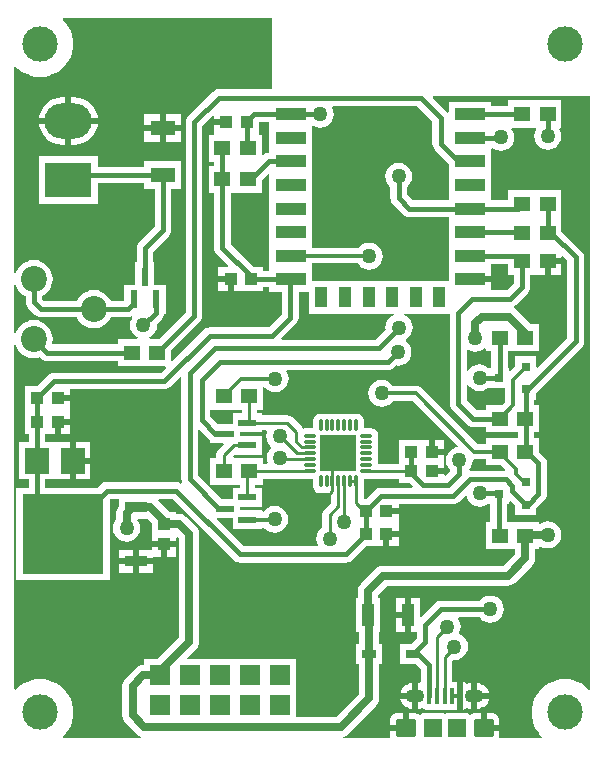
<source format=gtl>
G04 Layer_Physical_Order=1*
G04 Layer_Color=255*
%FSLAX44Y44*%
%MOMM*%
G71*
G01*
G75*
%ADD10R,1.0800X1.0500*%
%ADD11R,2.0000X2.2000*%
%ADD12R,1.2000X0.7000*%
%ADD13R,1.0000X1.9000*%
%ADD14R,6.9000X6.8000*%
%ADD15R,1.9000X0.9500*%
%ADD16R,0.6000X1.5000*%
%ADD17R,1.3500X1.3000*%
%ADD18R,2.1500X1.3000*%
%ADD19R,2.6000X1.1000*%
%ADD20R,1.1000X1.8000*%
%ADD21R,1.0500X1.0800*%
%ADD22R,1.5000X0.6000*%
%ADD23R,3.1501X3.1501*%
G04:AMPARAMS|DCode=24|XSize=0.2601mm|YSize=0.97mm|CornerRadius=0.065mm|HoleSize=0mm|Usage=FLASHONLY|Rotation=90.000|XOffset=0mm|YOffset=0mm|HoleType=Round|Shape=RoundedRectangle|*
%AMROUNDEDRECTD24*
21,1,0.2601,0.8400,0,0,90.0*
21,1,0.1301,0.9700,0,0,90.0*
1,1,0.1301,0.4200,0.0650*
1,1,0.1301,0.4200,-0.0650*
1,1,0.1301,-0.4200,-0.0650*
1,1,0.1301,-0.4200,0.0650*
%
%ADD24ROUNDEDRECTD24*%
G04:AMPARAMS|DCode=25|XSize=0.2601mm|YSize=0.97mm|CornerRadius=0.065mm|HoleSize=0mm|Usage=FLASHONLY|Rotation=0.000|XOffset=0mm|YOffset=0mm|HoleType=Round|Shape=RoundedRectangle|*
%AMROUNDEDRECTD25*
21,1,0.2601,0.8400,0,0,0.0*
21,1,0.1301,0.9700,0,0,0.0*
1,1,0.1301,0.0650,-0.4200*
1,1,0.1301,-0.0650,-0.4200*
1,1,0.1301,-0.0650,0.4200*
1,1,0.1301,0.0650,0.4200*
%
%ADD25ROUNDEDRECTD25*%
%ADD26R,0.7600X0.7600*%
G04:AMPARAMS|DCode=27|XSize=1.524mm|YSize=1.524mm|CornerRadius=0.0762mm|HoleSize=0mm|Usage=FLASHONLY|Rotation=0.000|XOffset=0mm|YOffset=0mm|HoleType=Round|Shape=RoundedRectangle|*
%AMROUNDEDRECTD27*
21,1,1.5240,1.3716,0,0,0.0*
21,1,1.3716,1.5240,0,0,0.0*
1,1,0.1524,0.6858,-0.6858*
1,1,0.1524,-0.6858,-0.6858*
1,1,0.1524,-0.6858,0.6858*
1,1,0.1524,0.6858,0.6858*
%
%ADD27ROUNDEDRECTD27*%
G04:AMPARAMS|DCode=28|XSize=0.4064mm|YSize=1.3462mm|CornerRadius=0.0203mm|HoleSize=0mm|Usage=FLASHONLY|Rotation=0.000|XOffset=0mm|YOffset=0mm|HoleType=Round|Shape=RoundedRectangle|*
%AMROUNDEDRECTD28*
21,1,0.4064,1.3056,0,0,0.0*
21,1,0.3658,1.3462,0,0,0.0*
1,1,0.0406,0.1829,-0.6528*
1,1,0.0406,-0.1829,-0.6528*
1,1,0.0406,-0.1829,0.6528*
1,1,0.0406,0.1829,0.6528*
%
%ADD28ROUNDEDRECTD28*%
G04:AMPARAMS|DCode=29|XSize=1.524mm|YSize=1.016mm|CornerRadius=0.4064mm|HoleSize=0mm|Usage=FLASHONLY|Rotation=0.000|XOffset=0mm|YOffset=0mm|HoleType=Round|Shape=RoundedRectangle|*
%AMROUNDEDRECTD29*
21,1,1.5240,0.2032,0,0,0.0*
21,1,0.7112,1.0160,0,0,0.0*
1,1,0.8128,0.3556,-0.1016*
1,1,0.8128,-0.3556,-0.1016*
1,1,0.8128,-0.3556,0.1016*
1,1,0.8128,0.3556,0.1016*
%
%ADD29ROUNDEDRECTD29*%
G04:AMPARAMS|DCode=30|XSize=1.651mm|YSize=1.5494mm|CornerRadius=0.1549mm|HoleSize=0mm|Usage=FLASHONLY|Rotation=0.000|XOffset=0mm|YOffset=0mm|HoleType=Round|Shape=RoundedRectangle|*
%AMROUNDEDRECTD30*
21,1,1.6510,1.2395,0,0,0.0*
21,1,1.3411,1.5494,0,0,0.0*
1,1,0.3099,0.6706,-0.6198*
1,1,0.3099,-0.6706,-0.6198*
1,1,0.3099,-0.6706,0.6198*
1,1,0.3099,0.6706,0.6198*
%
%ADD30ROUNDEDRECTD30*%
%ADD31C,0.4000*%
%ADD32C,0.7000*%
%ADD33C,0.2540*%
%ADD34C,0.3000*%
%ADD35R,1.7000X1.7000*%
%ADD36C,2.2000*%
%ADD37R,4.0000X3.0000*%
%ADD38O,4.0000X3.0000*%
%ADD39C,3.0000*%
%ADD40O,1.2000X1.5000*%
%ADD41O,1.5000X1.2000*%
%ADD42C,1.2700*%
G36*
X224080Y555740D02*
X179570D01*
X177743Y555500D01*
X176040Y554795D01*
X174578Y553672D01*
X153528Y532622D01*
X152406Y531160D01*
X151700Y529457D01*
X151460Y527630D01*
Y366945D01*
X128735Y344220D01*
X120856D01*
X120603Y345490D01*
X121414Y345826D01*
X123785Y347645D01*
X125604Y350016D01*
X126748Y352777D01*
X127138Y355740D01*
X126968Y357033D01*
X131333Y361398D01*
X132455Y362860D01*
X133160Y364563D01*
X133264Y365350D01*
X134340D01*
Y390350D01*
X124840D01*
Y409350D01*
X123900D01*
Y418156D01*
X137072Y431328D01*
X138195Y432790D01*
X138900Y434493D01*
X139140Y436320D01*
Y471520D01*
X147830D01*
Y494520D01*
X116330D01*
Y490080D01*
X77070D01*
Y498790D01*
X27070D01*
Y458790D01*
X77070D01*
Y475960D01*
X116330D01*
Y471520D01*
X125020D01*
Y439244D01*
X111848Y426073D01*
X110725Y424610D01*
X110020Y422907D01*
X109780Y421080D01*
Y409350D01*
X108840D01*
Y390350D01*
X99340D01*
Y376665D01*
X99305Y376630D01*
X88028D01*
X87028Y378502D01*
X85028Y380938D01*
X82592Y382938D01*
X79813Y384424D01*
X76796Y385339D01*
X73660Y385647D01*
X70524Y385339D01*
X67507Y384424D01*
X64728Y382938D01*
X62291Y380938D01*
X60292Y378502D01*
X59292Y376630D01*
X31734D01*
X29920Y378445D01*
Y380602D01*
X31792Y381602D01*
X34228Y383601D01*
X36228Y386038D01*
X37714Y388817D01*
X38628Y391833D01*
X38937Y394970D01*
X38628Y398106D01*
X37714Y401123D01*
X36228Y403902D01*
X34228Y406339D01*
X31792Y408338D01*
X29013Y409824D01*
X25996Y410738D01*
X22860Y411047D01*
X19724Y410738D01*
X16707Y409824D01*
X13928Y408338D01*
X11492Y406339D01*
X9492Y403902D01*
X8006Y401123D01*
X7663Y399990D01*
X6393Y400178D01*
Y574251D01*
X7663Y574777D01*
X9732Y572708D01*
X10149Y572429D01*
X10504Y572074D01*
X14272Y569557D01*
X14736Y569364D01*
X15153Y569086D01*
X19339Y567351D01*
X19832Y567253D01*
X20296Y567061D01*
X24740Y566177D01*
X25242D01*
X25734Y566079D01*
X30266D01*
X30758Y566177D01*
X31260D01*
X35704Y567061D01*
X36168Y567253D01*
X36660Y567351D01*
X40847Y569086D01*
X41264Y569364D01*
X41728Y569557D01*
X45496Y572074D01*
X45851Y572429D01*
X46268Y572708D01*
X49472Y575912D01*
X49751Y576329D01*
X50106Y576684D01*
X52623Y580452D01*
X52816Y580916D01*
X53095Y581333D01*
X54829Y585519D01*
X54927Y586012D01*
X55119Y586476D01*
X56003Y590920D01*
Y591422D01*
X56101Y591914D01*
Y596446D01*
X56003Y596938D01*
Y597440D01*
X55119Y601884D01*
X54927Y602348D01*
X54829Y602840D01*
X53095Y607027D01*
X52816Y607444D01*
X52623Y607908D01*
X50106Y611676D01*
X49751Y612031D01*
X49472Y612448D01*
X47403Y614517D01*
X47929Y615787D01*
X224080D01*
Y555740D01*
D02*
G37*
G36*
X360350Y528685D02*
Y509570D01*
X360590Y507743D01*
X361296Y506040D01*
X362418Y504578D01*
X374230Y492765D01*
Y484200D01*
Y464200D01*
Y461760D01*
X343734D01*
X338750Y466744D01*
Y473071D01*
X339785Y473865D01*
X341604Y476236D01*
X342748Y478997D01*
X343138Y481960D01*
X342748Y484923D01*
X341604Y487684D01*
X339785Y490055D01*
X337414Y491874D01*
X334653Y493018D01*
X331690Y493408D01*
X328727Y493018D01*
X325966Y491874D01*
X323595Y490055D01*
X321776Y487684D01*
X320632Y484923D01*
X320242Y481960D01*
X320632Y478997D01*
X321776Y476236D01*
X323595Y473865D01*
X324630Y473071D01*
Y463820D01*
X324870Y461993D01*
X325575Y460290D01*
X326698Y458828D01*
X335817Y449708D01*
X337280Y448586D01*
X338983Y447880D01*
X340810Y447640D01*
X374230D01*
Y444200D01*
Y424200D01*
Y404200D01*
Y393700D01*
X356730D01*
Y393700D01*
X315730D01*
Y393700D01*
X296730D01*
Y393700D01*
X258230D01*
Y405200D01*
X258230D01*
Y408144D01*
X297244D01*
X298655Y406305D01*
X301026Y404486D01*
X303787Y403342D01*
X306750Y402952D01*
X309713Y403342D01*
X312474Y404486D01*
X314845Y406305D01*
X316664Y408676D01*
X317808Y411437D01*
X318198Y414400D01*
X317808Y417363D01*
X316664Y420124D01*
X314845Y422495D01*
X312474Y424314D01*
X309713Y425458D01*
X306750Y425848D01*
X303787Y425458D01*
X301026Y424314D01*
X298655Y422495D01*
X297705Y421256D01*
X258230D01*
Y424200D01*
Y444200D01*
Y464200D01*
Y484200D01*
Y504200D01*
Y524547D01*
X259369Y525108D01*
X259776Y524796D01*
X262537Y523652D01*
X265500Y523262D01*
X268463Y523652D01*
X271224Y524796D01*
X273595Y526615D01*
X275414Y528986D01*
X276558Y531747D01*
X276948Y534710D01*
X276558Y537673D01*
X275414Y540434D01*
X275378Y540481D01*
X275940Y541620D01*
X347416D01*
X360350Y528685D01*
D02*
G37*
G36*
X494007Y47929D02*
X492737Y47403D01*
X490668Y49472D01*
X490251Y49751D01*
X489896Y50106D01*
X486128Y52623D01*
X485664Y52816D01*
X485247Y53095D01*
X481060Y54829D01*
X480568Y54927D01*
X480104Y55119D01*
X475660Y56003D01*
X475158D01*
X474665Y56101D01*
X470134D01*
X469642Y56003D01*
X469140D01*
X464696Y55119D01*
X464232Y54927D01*
X463740Y54829D01*
X459553Y53095D01*
X459136Y52816D01*
X458672Y52623D01*
X454904Y50106D01*
X454549Y49751D01*
X454132Y49472D01*
X450928Y46268D01*
X450649Y45851D01*
X450294Y45496D01*
X447776Y41728D01*
X447584Y41264D01*
X447305Y40847D01*
X445571Y36660D01*
X445474Y36168D01*
X445281Y35704D01*
X444397Y31260D01*
Y30758D01*
X444299Y30266D01*
Y25734D01*
X444397Y25242D01*
Y24740D01*
X445281Y20296D01*
X445474Y19832D01*
X445571Y19339D01*
X447305Y15153D01*
X447584Y14736D01*
X447776Y14272D01*
X450294Y10504D01*
X450649Y10149D01*
X450928Y9732D01*
X452997Y7663D01*
X452471Y6393D01*
X417687D01*
X416842Y7663D01*
X417001Y8873D01*
Y12570D01*
X403690D01*
Y15070D01*
X401190D01*
Y27874D01*
X396984D01*
X395275Y27648D01*
X393681Y26989D01*
X393075Y26523D01*
X391842Y26082D01*
X389936Y27356D01*
X387688Y27803D01*
X373972D01*
X371724Y27356D01*
X370670Y26652D01*
X369616Y27356D01*
X367368Y27803D01*
X353652D01*
X351404Y27356D01*
X349498Y26082D01*
X348265Y26523D01*
X347659Y26988D01*
X346065Y27648D01*
X344356Y27873D01*
X340150D01*
Y15070D01*
X337650D01*
Y12570D01*
X324338D01*
Y8872D01*
X324498Y7663D01*
X323653Y6393D01*
X285028D01*
X284839Y7639D01*
X286907Y8495D01*
X288682Y9858D01*
X312682Y33858D01*
X314045Y35633D01*
X314901Y37701D01*
X315193Y39920D01*
Y68970D01*
X317620D01*
Y85970D01*
X315193D01*
Y95990D01*
X315620D01*
Y124990D01*
X314193D01*
Y127539D01*
X321951Y135297D01*
X424170D01*
X426389Y135589D01*
X428457Y136445D01*
X430232Y137808D01*
X444802Y152378D01*
X446165Y154153D01*
X447021Y156221D01*
X447313Y158440D01*
Y166300D01*
X450490D01*
Y168251D01*
X451760Y168878D01*
X452336Y168436D01*
X455097Y167292D01*
X458060Y166902D01*
X461023Y167292D01*
X463784Y168436D01*
X466155Y170255D01*
X467974Y172626D01*
X469118Y175387D01*
X469508Y178350D01*
X469118Y181313D01*
X467974Y184074D01*
X466155Y186445D01*
X463784Y188264D01*
X461023Y189408D01*
X458060Y189798D01*
X455097Y189408D01*
X452336Y188264D01*
X451760Y187822D01*
X450490Y188449D01*
Y189300D01*
X423600D01*
Y204560D01*
X425340D01*
Y206316D01*
X426513Y206802D01*
X430640Y202675D01*
Y195060D01*
X448240D01*
Y200885D01*
X455092Y207738D01*
X456214Y209200D01*
X456920Y210903D01*
X457160Y212730D01*
Y238960D01*
X456920Y240787D01*
X456214Y242490D01*
X455092Y243952D01*
X450490Y248555D01*
Y260420D01*
X446500D01*
Y265360D01*
X450490D01*
Y288360D01*
X446500D01*
Y292850D01*
X448240D01*
Y298735D01*
X486652Y337147D01*
X487775Y338610D01*
X488480Y340313D01*
X488720Y342140D01*
Y413260D01*
X488480Y415087D01*
X487775Y416790D01*
X486652Y418252D01*
X469540Y435365D01*
Y445840D01*
X469540D01*
Y446970D01*
X469540D01*
Y469970D01*
X424540D01*
Y461760D01*
X410230D01*
Y464200D01*
Y484200D01*
Y505410D01*
X411369Y505971D01*
X412536Y505076D01*
X415297Y503932D01*
X418260Y503542D01*
X421223Y503932D01*
X423984Y505076D01*
X426355Y506895D01*
X428174Y509266D01*
X429318Y512027D01*
X429708Y514990D01*
X429318Y517953D01*
X428174Y520714D01*
X427264Y521900D01*
X427890Y523170D01*
X447714D01*
X448276Y522031D01*
X448056Y521744D01*
X446912Y518983D01*
X446522Y516020D01*
X446912Y513057D01*
X448056Y510296D01*
X449875Y507925D01*
X452246Y506106D01*
X455007Y504962D01*
X457970Y504572D01*
X460933Y504962D01*
X463694Y506106D01*
X466065Y507925D01*
X467884Y510296D01*
X469028Y513057D01*
X469418Y516020D01*
X469028Y518983D01*
X467884Y521744D01*
X467664Y522031D01*
X468226Y523170D01*
X469540D01*
Y546170D01*
X424540D01*
Y541760D01*
X410230D01*
Y545200D01*
X374230D01*
Y536307D01*
X372960Y535876D01*
X372402Y536602D01*
X360418Y548587D01*
X360904Y549760D01*
X494007D01*
Y47929D01*
D02*
G37*
G36*
X222230Y524200D02*
Y504200D01*
Y501760D01*
X221550D01*
X219723Y501520D01*
X218020Y500815D01*
X217086Y500098D01*
X215816Y500724D01*
Y517090D01*
X214180D01*
X213480Y518070D01*
Y527640D01*
X222230D01*
Y524200D01*
D02*
G37*
G36*
Y483599D02*
Y464200D01*
Y444200D01*
Y424200D01*
Y404200D01*
X222230D01*
Y402030D01*
X217170D01*
Y405220D01*
X208785D01*
X189627Y424378D01*
Y467990D01*
X215816D01*
Y478981D01*
X220960Y484125D01*
X222230Y483599D01*
D02*
G37*
G36*
X424540Y398710D02*
X429230D01*
Y391414D01*
X423246Y385430D01*
X410230D01*
Y392200D01*
X392230D01*
Y397200D01*
X410230D01*
Y404200D01*
Y407640D01*
X424540D01*
Y398710D01*
D02*
G37*
G36*
X255730Y365700D02*
X295730D01*
Y365700D01*
X316730D01*
Y365700D01*
X327658D01*
X327911Y364430D01*
X326291Y363759D01*
X323920Y361940D01*
X322101Y359569D01*
X320957Y356808D01*
X320567Y353845D01*
X320737Y352552D01*
X311796Y343610D01*
X232955D01*
X232469Y344784D01*
X244952Y357267D01*
X246074Y358730D01*
X246780Y360433D01*
X247020Y362260D01*
Y384200D01*
X255730D01*
Y365700D01*
D02*
G37*
G36*
X8006Y388817D02*
X9492Y386038D01*
X11492Y383601D01*
X13928Y381602D01*
X15800Y380602D01*
Y375520D01*
X16040Y373693D01*
X16746Y371990D01*
X17868Y370528D01*
X23818Y364578D01*
X25280Y363456D01*
X26983Y362750D01*
X28810Y362510D01*
X59292D01*
X60292Y360638D01*
X62291Y358201D01*
X64728Y356202D01*
X67507Y354716D01*
X70524Y353801D01*
X73660Y353493D01*
X76796Y353801D01*
X79813Y354716D01*
X82592Y356202D01*
X85028Y358201D01*
X87028Y360638D01*
X88028Y362510D01*
X102230D01*
X104057Y362750D01*
X105677Y363421D01*
X105794Y363377D01*
X106348Y362209D01*
X105776Y361464D01*
X104632Y358703D01*
X104242Y355740D01*
X104632Y352777D01*
X105776Y350016D01*
X107595Y347645D01*
X109966Y345826D01*
X110777Y345490D01*
X110524Y344220D01*
X93970D01*
Y339780D01*
X39443D01*
X38609Y340758D01*
X38630Y341050D01*
X38937Y344170D01*
X38628Y347307D01*
X37714Y350323D01*
X36228Y353102D01*
X34228Y355538D01*
X31792Y357538D01*
X29013Y359024D01*
X25996Y359939D01*
X22860Y360247D01*
X19724Y359939D01*
X16707Y359024D01*
X13928Y357538D01*
X11492Y355538D01*
X9492Y353102D01*
X8006Y350323D01*
X7663Y349190D01*
X6393Y349378D01*
Y389762D01*
X7663Y389950D01*
X8006Y388817D01*
D02*
G37*
G36*
X405490Y335983D02*
Y333940D01*
X410180D01*
Y319950D01*
X407740D01*
X407740Y319950D01*
Y319950D01*
X406796Y320656D01*
X405964Y321294D01*
X403203Y322438D01*
X400240Y322828D01*
X397277Y322438D01*
X394516Y321294D01*
X392145Y319475D01*
X390550Y317397D01*
X389280Y317736D01*
Y334897D01*
X390419Y335458D01*
X390866Y335116D01*
X393627Y333972D01*
X396590Y333582D01*
X399553Y333972D01*
X402314Y335116D01*
X404220Y336578D01*
X405490Y335983D01*
D02*
G37*
G36*
X175380Y532846D02*
Y530820D01*
X185780D01*
Y525820D01*
X175380D01*
Y518070D01*
X174680Y517090D01*
X170816D01*
Y494090D01*
X175506D01*
Y490990D01*
X170816D01*
Y467990D01*
X175506D01*
Y421454D01*
X175746Y419626D01*
X176452Y417924D01*
X177574Y416461D01*
X187642Y406393D01*
X187156Y405220D01*
X179070D01*
Y397470D01*
X189470D01*
Y394970D01*
X191970D01*
Y384720D01*
X217170D01*
Y387910D01*
X222230D01*
Y384200D01*
X232900D01*
Y365184D01*
X221856Y354140D01*
X171670D01*
X169843Y353900D01*
X168140Y353194D01*
X166677Y352072D01*
X140143Y325538D01*
X138970Y326024D01*
Y334485D01*
X163512Y359028D01*
X164634Y360490D01*
X165340Y362193D01*
X165580Y364020D01*
Y524706D01*
X174207Y533332D01*
X175380Y532846D01*
D02*
G37*
G36*
X355730Y365700D02*
X375160D01*
Y289300D01*
X375400Y287473D01*
X376105Y285770D01*
X377228Y284308D01*
X389668Y271868D01*
X391130Y270746D01*
X392833Y270040D01*
X394660Y269800D01*
X405490D01*
Y265360D01*
X432380D01*
Y260420D01*
X405490D01*
Y255476D01*
X398586D01*
X351166Y302896D01*
X349808Y303938D01*
X348227Y304593D01*
X346530Y304816D01*
X326716D01*
X325535Y306355D01*
X323164Y308174D01*
X320403Y309318D01*
X317440Y309708D01*
X314477Y309318D01*
X311716Y308174D01*
X309345Y306355D01*
X307526Y303984D01*
X306382Y301223D01*
X305992Y298260D01*
X306382Y295297D01*
X307526Y292536D01*
X309345Y290165D01*
X311716Y288346D01*
X314477Y287202D01*
X317440Y286812D01*
X320403Y287202D01*
X323164Y288346D01*
X325535Y290165D01*
X326716Y291704D01*
X343814D01*
X381657Y253862D01*
X381249Y252659D01*
X380177Y252518D01*
X377416Y251374D01*
X375045Y249555D01*
X373226Y247184D01*
X372082Y244423D01*
X371692Y241460D01*
X372082Y238497D01*
X373226Y235736D01*
X375045Y233365D01*
X375110Y233315D01*
X375193Y232048D01*
X371440Y228295D01*
X370170Y228821D01*
Y230058D01*
X359770D01*
Y235058D01*
X370170D01*
Y238520D01*
Y246270D01*
X359770D01*
Y248770D01*
X357270D01*
Y259020D01*
X332070D01*
Y242808D01*
Y238802D01*
X314409D01*
X313979Y239987D01*
X314332Y241759D01*
Y243059D01*
X313964Y244910D01*
X314332Y246760D01*
Y248060D01*
X313964Y249911D01*
X314332Y251761D01*
Y253062D01*
X313964Y254911D01*
X314332Y256760D01*
Y258060D01*
X313964Y259911D01*
X314332Y261761D01*
Y263062D01*
X313893Y265266D01*
X312644Y267135D01*
X310775Y268384D01*
X308571Y268823D01*
X302082D01*
Y275311D01*
X301644Y277516D01*
X300395Y279384D01*
X298526Y280633D01*
X296322Y281072D01*
X295021D01*
X293171Y280704D01*
X291320Y281072D01*
X290020D01*
X288171Y280704D01*
X286322Y281072D01*
X285021D01*
X283171Y280704D01*
X281320Y281072D01*
X280020D01*
X278169Y280704D01*
X276319Y281072D01*
X275019D01*
X273169Y280704D01*
X271320Y281072D01*
X270020D01*
X268169Y280704D01*
X266319Y281072D01*
X265019D01*
X262814Y280633D01*
X260945Y279384D01*
X259696Y277516D01*
X259258Y275311D01*
Y268823D01*
X252769D01*
X250817Y268434D01*
X249610Y270240D01*
X241910Y277941D01*
X239836Y279326D01*
X237390Y279813D01*
X216060D01*
Y281420D01*
X211453D01*
Y284410D01*
X216810D01*
Y303318D01*
X218080Y303750D01*
X218935Y302635D01*
X221306Y300816D01*
X224067Y299672D01*
X227030Y299282D01*
X229993Y299672D01*
X232754Y300816D01*
X235125Y302635D01*
X236944Y305006D01*
X238088Y307767D01*
X238478Y310730D01*
X238088Y313693D01*
X236944Y316454D01*
X236686Y316791D01*
X237248Y317930D01*
X322880D01*
X324707Y318170D01*
X326410Y318876D01*
X327872Y319998D01*
X329777Y321902D01*
X331070Y321732D01*
X334033Y322122D01*
X336794Y323266D01*
X339165Y325085D01*
X340984Y327456D01*
X342128Y330217D01*
X342518Y333180D01*
X342128Y336143D01*
X340984Y338904D01*
X339165Y341275D01*
X337581Y342491D01*
X337739Y343931D01*
X340110Y345750D01*
X341929Y348121D01*
X343073Y350882D01*
X343463Y353845D01*
X343073Y356808D01*
X341929Y359569D01*
X340110Y361940D01*
X337739Y363759D01*
X336119Y364430D01*
X336372Y365700D01*
X355730D01*
Y365700D01*
D02*
G37*
G36*
X474600Y410336D02*
Y345065D01*
X449413Y319878D01*
X448240Y320364D01*
Y329450D01*
X430640D01*
Y321122D01*
X426513Y316995D01*
X425340Y317481D01*
Y319950D01*
X424300D01*
Y333940D01*
X450490D01*
Y356940D01*
X443215D01*
X430862Y369292D01*
X429087Y370655D01*
X429120Y372015D01*
X429700Y372256D01*
X431162Y373378D01*
X441282Y383498D01*
X442404Y384960D01*
X443110Y386663D01*
X443350Y388490D01*
Y398710D01*
X455290D01*
Y410210D01*
X457790D01*
Y412710D01*
X469540D01*
Y413736D01*
X470713Y414222D01*
X474600Y410336D01*
D02*
G37*
G36*
X392145Y303285D02*
X394516Y301466D01*
X397277Y300322D01*
X400240Y299932D01*
X403203Y300322D01*
X405964Y301466D01*
X407360Y302537D01*
X407740Y302350D01*
Y302350D01*
X422014D01*
Y290906D01*
X419468Y288360D01*
X405490D01*
Y283920D01*
X397584D01*
X389280Y292225D01*
Y305024D01*
X390550Y305363D01*
X392145Y303285D01*
D02*
G37*
G36*
X198667Y281420D02*
X191060D01*
Y271920D01*
X178585D01*
X172080Y278424D01*
Y284410D01*
X198667D01*
Y281420D01*
D02*
G37*
G36*
X220429Y265972D02*
X219982Y264893D01*
X219592Y261930D01*
X219982Y258967D01*
X221126Y256206D01*
X222945Y253835D01*
X223782Y253193D01*
Y251923D01*
X223575Y251765D01*
X221756Y249394D01*
X220612Y246633D01*
X220222Y243670D01*
X220612Y240707D01*
X220964Y239858D01*
X220258Y238802D01*
X216810D01*
Y243670D01*
X192140D01*
X191654Y244844D01*
X193231Y246420D01*
X216060D01*
Y262420D01*
X197060D01*
Y265420D01*
X216060D01*
Y267027D01*
X219723D01*
X220429Y265972D01*
D02*
G37*
G36*
X395870Y242364D02*
X405490D01*
Y237420D01*
X418348D01*
X421968Y233800D01*
X421442Y232530D01*
X392136D01*
X392011Y232679D01*
X391521Y233738D01*
X393054Y235736D01*
X394198Y238497D01*
X394561Y241255D01*
X394861Y241798D01*
X395478Y242416D01*
X395870Y242364D01*
D02*
G37*
G36*
X147860Y311625D02*
Y225550D01*
X148100Y223723D01*
X148307Y223224D01*
X147619Y221620D01*
X147441Y221551D01*
X146810Y222034D01*
X145107Y222740D01*
X143280Y222980D01*
X84390D01*
X82563Y222740D01*
X80860Y222034D01*
X79398Y220912D01*
X76555Y218070D01*
X32700D01*
Y225300D01*
X53140D01*
Y241300D01*
Y257300D01*
X32700D01*
Y264070D01*
X40441D01*
Y274320D01*
X42941D01*
Y276820D01*
X53341D01*
Y284570D01*
X53340D01*
Y291870D01*
X42940D01*
Y296870D01*
X53340D01*
Y301480D01*
X133130D01*
X134957Y301720D01*
X136660Y302425D01*
X138122Y303548D01*
X146686Y312111D01*
X147860Y311625D01*
D02*
G37*
G36*
X332070Y222308D02*
X340737D01*
X343451Y219594D01*
X342965Y218420D01*
X316480D01*
X314653Y218180D01*
X312950Y217474D01*
X311488Y216353D01*
X304275Y209140D01*
X302064D01*
Y219417D01*
X302082Y219510D01*
Y225998D01*
X308571D01*
X308663Y226016D01*
X332070D01*
Y222308D01*
D02*
G37*
G36*
X171607Y258928D02*
X172060Y258580D01*
Y255920D01*
X182990D01*
X183476Y254747D01*
X179040Y250310D01*
X177654Y248236D01*
X177167Y245790D01*
Y243670D01*
X171810D01*
Y220670D01*
X197167D01*
Y218160D01*
X191060D01*
Y208660D01*
X181795D01*
X161980Y228475D01*
Y266895D01*
X163154Y267381D01*
X171607Y258928D01*
D02*
G37*
G36*
X252769Y225998D02*
X259258D01*
Y219510D01*
X259696Y217305D01*
X260945Y215436D01*
X262814Y214187D01*
X265019Y213749D01*
X266319D01*
X268169Y214117D01*
X270020Y213749D01*
X271320D01*
X273092Y214101D01*
X274277Y213671D01*
Y205298D01*
X268810Y199830D01*
X267424Y197756D01*
X266937Y195310D01*
Y184581D01*
X265235Y183275D01*
X263416Y180904D01*
X262272Y178143D01*
X261882Y175180D01*
X262272Y172217D01*
X263107Y170200D01*
X262282Y168930D01*
X200254D01*
X177698Y191487D01*
X178184Y192660D01*
X191060D01*
Y183160D01*
X216060D01*
Y184604D01*
X217694D01*
X218545Y183495D01*
X220916Y181676D01*
X223677Y180532D01*
X226640Y180142D01*
X229603Y180532D01*
X232364Y181676D01*
X234735Y183495D01*
X236554Y185866D01*
X237698Y188627D01*
X238088Y191590D01*
X237698Y194553D01*
X236554Y197314D01*
X234735Y199685D01*
X232364Y201504D01*
X229603Y202648D01*
X226640Y203038D01*
X223677Y202648D01*
X220916Y201504D01*
X218545Y199685D01*
X217330Y198102D01*
X216060Y198533D01*
Y199160D01*
X197060D01*
Y202160D01*
X216060D01*
Y218160D01*
X209953D01*
Y220670D01*
X216810D01*
Y226016D01*
X252677D01*
X252769Y225998D01*
D02*
G37*
G36*
X389268Y211062D02*
X389312Y210727D01*
X390456Y207966D01*
X392275Y205595D01*
X394646Y203776D01*
X397407Y202632D01*
X400370Y202242D01*
X403333Y202632D01*
X406094Y203776D01*
X407360Y204747D01*
X407740Y204560D01*
Y204560D01*
X409480D01*
Y189300D01*
X405490D01*
Y166300D01*
X430167D01*
Y161991D01*
X420619Y152443D01*
X318400D01*
X316181Y152151D01*
X314113Y151295D01*
X312338Y149932D01*
X299558Y137152D01*
X298195Y135377D01*
X297339Y133309D01*
X297047Y131090D01*
Y124990D01*
X295620D01*
Y95990D01*
X298047D01*
Y85970D01*
X295620D01*
Y68970D01*
X298047D01*
Y43471D01*
X279069Y24493D01*
X244640D01*
Y46190D01*
Y73190D01*
X153244D01*
X152758Y74363D01*
X160292Y81898D01*
X161655Y83673D01*
X162511Y85741D01*
X162803Y87960D01*
Y179440D01*
X162511Y181659D01*
X161655Y183727D01*
X160292Y185502D01*
X152012Y193783D01*
X150237Y195145D01*
X148169Y196001D01*
X145950Y196294D01*
X143600D01*
Y198120D01*
X137354D01*
X127885Y207590D01*
X128411Y208860D01*
X140356D01*
X192337Y156878D01*
X193800Y155756D01*
X195503Y155050D01*
X197330Y154810D01*
X286810D01*
X288637Y155050D01*
X290340Y155756D01*
X291802Y156878D01*
X303745Y168820D01*
X318810D01*
Y179070D01*
X321310D01*
Y181570D01*
X331710D01*
Y189320D01*
X331710D01*
Y196390D01*
X321310D01*
Y201390D01*
X331710D01*
Y204300D01*
X377970D01*
X379797Y204540D01*
X381500Y205245D01*
X382962Y206368D01*
X388065Y211471D01*
X389268Y211062D01*
D02*
G37*
G36*
X8006Y338017D02*
X9492Y335238D01*
X11492Y332802D01*
X13928Y330802D01*
X16707Y329316D01*
X19724Y328401D01*
X22860Y328093D01*
X25996Y328401D01*
X28028Y329018D01*
X29318Y327728D01*
X30780Y326605D01*
X32483Y325900D01*
X34310Y325660D01*
X93970D01*
Y321220D01*
X134166D01*
X134652Y320047D01*
X130205Y315600D01*
X39810D01*
X37983Y315360D01*
X36280Y314655D01*
X34818Y313532D01*
X25905Y304620D01*
X15240D01*
Y284120D01*
X15240D01*
Y264070D01*
X18580D01*
Y257300D01*
X10640D01*
Y225300D01*
X18580D01*
Y218070D01*
X8040D01*
Y140070D01*
X87040D01*
Y208585D01*
X87315Y208860D01*
X95040D01*
Y202693D01*
X93915Y201227D01*
X93059Y199159D01*
X92767Y196940D01*
Y191471D01*
X91426Y189724D01*
X90282Y186963D01*
X89892Y184000D01*
X90282Y181037D01*
X91426Y178276D01*
X93245Y175905D01*
X95616Y174086D01*
X98377Y172942D01*
X101340Y172552D01*
X104303Y172942D01*
X107064Y174086D01*
X109435Y175905D01*
X111254Y178276D01*
X112398Y181037D01*
X112788Y184000D01*
X112398Y186963D01*
X111254Y189724D01*
X110352Y190900D01*
X110978Y192170D01*
X119055D01*
X123100Y188125D01*
Y177320D01*
Y172920D01*
X133350D01*
X143600D01*
Y176127D01*
X144687Y176591D01*
X145657Y175803D01*
Y91511D01*
X127335Y73190D01*
X116040D01*
Y68263D01*
X115510D01*
X113291Y67971D01*
X111223Y67115D01*
X109448Y65752D01*
X100388Y56692D01*
X99025Y54917D01*
X98169Y52849D01*
X97877Y50630D01*
Y25500D01*
X98169Y23281D01*
X99025Y21213D01*
X100388Y19438D01*
X109968Y9858D01*
X111743Y8495D01*
X113811Y7639D01*
X113623Y6393D01*
X47929D01*
X47403Y7663D01*
X49472Y9732D01*
X49751Y10149D01*
X50106Y10504D01*
X52623Y14272D01*
X52816Y14736D01*
X53095Y15153D01*
X54829Y19339D01*
X54927Y19832D01*
X55119Y20296D01*
X56003Y24740D01*
Y25242D01*
X56101Y25734D01*
Y30266D01*
X56003Y30758D01*
Y31260D01*
X55119Y35704D01*
X54927Y36168D01*
X54829Y36660D01*
X53095Y40847D01*
X52816Y41264D01*
X52623Y41728D01*
X50106Y45496D01*
X49751Y45851D01*
X49472Y46268D01*
X46268Y49472D01*
X45851Y49751D01*
X45496Y50106D01*
X41728Y52623D01*
X41264Y52816D01*
X40847Y53095D01*
X36660Y54829D01*
X36168Y54927D01*
X35704Y55119D01*
X31260Y56003D01*
X30758D01*
X30266Y56101D01*
X25734D01*
X25242Y56003D01*
X24740D01*
X20296Y55119D01*
X19832Y54927D01*
X19339Y54829D01*
X15153Y53095D01*
X14736Y52816D01*
X14272Y52623D01*
X10504Y50106D01*
X10149Y49751D01*
X9732Y49472D01*
X7663Y47403D01*
X6393Y47929D01*
Y338962D01*
X7663Y339150D01*
X8006Y338017D01*
D02*
G37*
%LPC*%
G36*
X57070Y548887D02*
X54570D01*
Y531290D01*
X76920D01*
X76781Y532711D01*
X75637Y536481D01*
X73780Y539955D01*
X71281Y543000D01*
X68235Y545500D01*
X64761Y547357D01*
X60991Y548501D01*
X57070Y548887D01*
D02*
G37*
G36*
X49570D02*
X47070D01*
X43149Y548501D01*
X39379Y547357D01*
X35905Y545500D01*
X32859Y543000D01*
X30360Y539955D01*
X28503Y536481D01*
X27359Y532711D01*
X27220Y531290D01*
X49570D01*
Y548887D01*
D02*
G37*
G36*
X147830Y534320D02*
X134580D01*
Y525320D01*
X147830D01*
Y534320D01*
D02*
G37*
G36*
X129580D02*
X116330D01*
Y525320D01*
X129580D01*
Y534320D01*
D02*
G37*
G36*
X147830Y520320D02*
X134580D01*
Y511320D01*
X147830D01*
Y520320D01*
D02*
G37*
G36*
X129580D02*
X116330D01*
Y511320D01*
X129580D01*
Y520320D01*
D02*
G37*
G36*
X76920Y526290D02*
X54570D01*
Y508693D01*
X57070D01*
X60991Y509079D01*
X64761Y510223D01*
X68235Y512080D01*
X71281Y514579D01*
X73780Y517625D01*
X75637Y521099D01*
X76781Y524869D01*
X76920Y526290D01*
D02*
G37*
G36*
X49570D02*
X27220D01*
X27359Y524869D01*
X28503Y521099D01*
X30360Y517625D01*
X32859Y514579D01*
X35905Y512080D01*
X39379Y510223D01*
X43149Y509079D01*
X47070Y508693D01*
X49570D01*
Y526290D01*
D02*
G37*
G36*
X337121Y124990D02*
X329621D01*
Y112990D01*
X337121D01*
Y124990D01*
D02*
G37*
G36*
X409170Y127048D02*
X406207Y126658D01*
X403446Y125514D01*
X401075Y123695D01*
X400281Y122660D01*
X367270D01*
X365443Y122420D01*
X363740Y121714D01*
X362277Y120592D01*
X350794Y109109D01*
X349620Y109595D01*
Y124990D01*
X342120D01*
Y110490D01*
Y95990D01*
X346930D01*
Y90435D01*
X342465Y85970D01*
X332620D01*
Y68970D01*
X346495D01*
X350402Y65064D01*
Y53920D01*
X349132Y52845D01*
X348278Y52957D01*
Y41994D01*
Y31031D01*
X350150Y31277D01*
X351735Y31934D01*
X351882Y31715D01*
X353603Y30565D01*
X355633Y30161D01*
X359291D01*
X360764Y30454D01*
X362237Y30161D01*
X365895D01*
X367368Y30454D01*
X368841Y30161D01*
X372499D01*
X373972Y30454D01*
X375445Y30161D01*
X379103D01*
X380576Y30454D01*
X381378Y30294D01*
Y41994D01*
Y53693D01*
X380576Y53534D01*
X379103Y53827D01*
X377063D01*
Y71535D01*
X378124Y72496D01*
X378990Y72382D01*
X381953Y72772D01*
X384714Y73916D01*
X387085Y75735D01*
X388904Y78106D01*
X390048Y80867D01*
X390438Y83830D01*
X390048Y86793D01*
X388904Y89554D01*
X387085Y91925D01*
X384714Y93744D01*
X382997Y94455D01*
X382844Y95026D01*
X383988Y97787D01*
X384378Y100750D01*
X383988Y103713D01*
X382844Y106474D01*
X382133Y107401D01*
X382695Y108540D01*
X400281D01*
X401075Y107505D01*
X403446Y105686D01*
X406207Y104542D01*
X409170Y104152D01*
X412133Y104542D01*
X414894Y105686D01*
X417265Y107505D01*
X419084Y109876D01*
X420228Y112637D01*
X420618Y115600D01*
X420228Y118563D01*
X419084Y121324D01*
X417265Y123695D01*
X414894Y125514D01*
X412133Y126658D01*
X409170Y127048D01*
D02*
G37*
G36*
X337121Y107990D02*
X329621D01*
Y95990D01*
X337121D01*
Y107990D01*
D02*
G37*
G36*
X398062Y52957D02*
Y44494D01*
X408065D01*
X407949Y45376D01*
X407035Y47581D01*
X405583Y49475D01*
X403689Y50927D01*
X403255Y51107D01*
X402609Y51603D01*
X399934Y52711D01*
X398062Y52957D01*
D02*
G37*
G36*
X343278D02*
X341406Y52711D01*
X338731Y51603D01*
X338085Y51107D01*
X337651Y50927D01*
X335757Y49475D01*
X334305Y47581D01*
X333391Y45376D01*
X333275Y44494D01*
X343278D01*
Y52957D01*
D02*
G37*
G36*
X408065Y39494D02*
X398062D01*
Y31031D01*
X399934Y31277D01*
X402609Y32385D01*
X403255Y32881D01*
X403689Y33061D01*
X405583Y34513D01*
X407035Y36407D01*
X407949Y38612D01*
X408065Y39494D01*
D02*
G37*
G36*
X386378Y53693D02*
Y41994D01*
Y30294D01*
X387737Y30565D01*
X389458Y31715D01*
X389604Y31934D01*
X391190Y31277D01*
X393062Y31031D01*
Y41994D01*
Y52957D01*
X391190Y52711D01*
X389604Y52054D01*
X389458Y52273D01*
X387737Y53423D01*
X386378Y53693D01*
D02*
G37*
G36*
X343278Y39494D02*
X333275D01*
X333391Y38612D01*
X334305Y36407D01*
X335757Y34513D01*
X337651Y33061D01*
X338085Y32881D01*
X338731Y32385D01*
X341406Y31277D01*
X343278Y31031D01*
Y39494D01*
D02*
G37*
G36*
X410396Y27874D02*
X406190D01*
Y17570D01*
X417001D01*
Y21268D01*
X416776Y22977D01*
X416116Y24571D01*
X415067Y25939D01*
X413699Y26989D01*
X412105Y27648D01*
X410396Y27874D01*
D02*
G37*
G36*
X335150Y27873D02*
X330944D01*
X329235Y27648D01*
X327641Y26988D01*
X326273Y25939D01*
X325224Y24571D01*
X324564Y22977D01*
X324338Y21267D01*
Y17570D01*
X335150D01*
Y27873D01*
D02*
G37*
G36*
X186970Y392470D02*
X179070D01*
Y384720D01*
X186970D01*
Y392470D01*
D02*
G37*
G36*
X370170Y259020D02*
X362270D01*
Y251270D01*
X370170D01*
Y259020D01*
D02*
G37*
G36*
X469540Y407710D02*
X460290D01*
Y398710D01*
X469540D01*
Y407710D01*
D02*
G37*
G36*
X53341Y271820D02*
X45441D01*
Y264070D01*
X53341D01*
Y271820D01*
D02*
G37*
G36*
X70640Y257300D02*
X58140D01*
Y243800D01*
X70640D01*
Y257300D01*
D02*
G37*
G36*
Y238800D02*
X58140D01*
Y225300D01*
X70640D01*
Y238800D01*
D02*
G37*
G36*
X331710Y176570D02*
X323810D01*
Y168820D01*
X331710D01*
Y176570D01*
D02*
G37*
G36*
X143600Y167920D02*
X135850D01*
Y160020D01*
X143600D01*
Y167920D01*
D02*
G37*
G36*
X130850D02*
X123100D01*
Y165970D01*
X112040D01*
Y158720D01*
X124040D01*
Y160020D01*
X130850D01*
Y167920D01*
D02*
G37*
G36*
X107040Y165970D02*
X95040D01*
Y158720D01*
X107040D01*
Y165970D01*
D02*
G37*
G36*
X124040Y153720D02*
X112040D01*
Y146470D01*
X124040D01*
Y153720D01*
D02*
G37*
G36*
X107040D02*
X95040D01*
Y146470D01*
X107040D01*
Y153720D01*
D02*
G37*
%LPD*%
D10*
X359770Y232558D02*
D03*
X342470D02*
D03*
X359770Y248770D02*
D03*
X342470D02*
D03*
X321310Y198890D02*
D03*
X304010D02*
D03*
X321310Y179070D02*
D03*
X304010D02*
D03*
X189470Y394970D02*
D03*
X206770D02*
D03*
X42940Y294370D02*
D03*
X25640D02*
D03*
X42941Y274320D02*
D03*
X25640D02*
D03*
X203080Y528320D02*
D03*
X185780D02*
D03*
D11*
X55640Y241300D02*
D03*
X25640D02*
D03*
D12*
X343620Y77470D02*
D03*
X306620D02*
D03*
D13*
X305620Y110490D02*
D03*
X339621D02*
D03*
D14*
X47540Y179070D02*
D03*
D15*
X109540Y201920D02*
D03*
Y156220D02*
D03*
D16*
X116840Y396850D02*
D03*
X126340Y377850D02*
D03*
X107340D02*
D03*
D17*
X105720Y332720D02*
D03*
X127220D02*
D03*
X204066Y505590D02*
D03*
X182566D02*
D03*
X205060Y295910D02*
D03*
X183560D02*
D03*
X205060Y232170D02*
D03*
X183560D02*
D03*
X436290Y410210D02*
D03*
X457790D02*
D03*
X436290Y458470D02*
D03*
X457790D02*
D03*
X204066Y479490D02*
D03*
X182566D02*
D03*
X436290Y434340D02*
D03*
X457790D02*
D03*
Y534670D02*
D03*
X436290D02*
D03*
X438740Y345440D02*
D03*
X417240D02*
D03*
X438740Y276860D02*
D03*
X417240D02*
D03*
X438740Y248920D02*
D03*
X417240D02*
D03*
X438740Y177800D02*
D03*
X417240D02*
D03*
D18*
X132080Y483020D02*
D03*
Y522820D02*
D03*
D19*
X240230Y534700D02*
D03*
Y514700D02*
D03*
Y494700D02*
D03*
Y474700D02*
D03*
Y454700D02*
D03*
Y434700D02*
D03*
Y414700D02*
D03*
X240230Y394700D02*
D03*
X392230Y394700D02*
D03*
Y414700D02*
D03*
Y434700D02*
D03*
Y454700D02*
D03*
Y474700D02*
D03*
Y494700D02*
D03*
Y514700D02*
D03*
Y534700D02*
D03*
D20*
X266230Y379700D02*
D03*
X286230D02*
D03*
X306230Y379700D02*
D03*
X326230Y379700D02*
D03*
X346230D02*
D03*
X366230Y379700D02*
D03*
D21*
X133350Y187720D02*
D03*
Y170420D02*
D03*
D22*
X184560Y200660D02*
D03*
X203560Y210160D02*
D03*
Y191160D02*
D03*
X184560Y263920D02*
D03*
X203560Y273420D02*
D03*
Y254420D02*
D03*
D23*
X280670Y247410D02*
D03*
D24*
X256969Y232409D02*
D03*
Y237410D02*
D03*
Y242409D02*
D03*
Y247410D02*
D03*
Y252411D02*
D03*
Y257410D02*
D03*
Y262411D02*
D03*
X304371D02*
D03*
Y257410D02*
D03*
Y252411D02*
D03*
Y247410D02*
D03*
Y242409D02*
D03*
Y237410D02*
D03*
Y232409D02*
D03*
D25*
X265669Y271111D02*
D03*
X270670D02*
D03*
X275669D02*
D03*
X280670D02*
D03*
X285671D02*
D03*
X290670D02*
D03*
X295671D02*
D03*
Y223710D02*
D03*
X290670D02*
D03*
X285671D02*
D03*
X280670D02*
D03*
X275669D02*
D03*
X270670D02*
D03*
X265669D02*
D03*
D26*
X439440Y301650D02*
D03*
Y320650D02*
D03*
X416540Y311150D02*
D03*
X439440Y203860D02*
D03*
Y222860D02*
D03*
X416540Y213360D02*
D03*
D27*
X380830Y15070D02*
D03*
X360510D02*
D03*
D28*
X383878Y41994D02*
D03*
X377274Y41994D02*
D03*
X370670D02*
D03*
X364066Y41994D02*
D03*
X357462Y41994D02*
D03*
D29*
X395562Y41994D02*
D03*
X345778Y41994D02*
D03*
D30*
X403690Y15070D02*
D03*
X337650Y15070D02*
D03*
D31*
X357462Y41994D02*
Y67988D01*
X347980Y77470D02*
X357462Y67988D01*
X343620Y77470D02*
X347980D01*
X304010Y179070D02*
Y196850D01*
X342470Y232558D02*
Y248770D01*
X73660Y369570D02*
X102230D01*
X107340Y374680D01*
Y377850D01*
X34310Y332720D02*
X105720D01*
X22860Y344170D02*
X34310Y332720D01*
X206770Y394970D02*
X239960D01*
X240230Y394700D01*
X392230Y434700D02*
X435930D01*
X392230Y454700D02*
X432520D01*
X436290Y458470D01*
X392230Y534700D02*
X436260D01*
X436290Y534670D01*
X392230Y414700D02*
X431800D01*
X436290Y410210D01*
X439440Y203860D02*
X441230D01*
X450100Y212730D01*
Y238960D01*
X439440Y249620D02*
X450100Y238960D01*
X416540Y178500D02*
Y213360D01*
X417240Y311850D02*
Y345440D01*
X427830Y215470D02*
X439440Y203860D01*
X304010Y196850D02*
Y198890D01*
X427830Y215470D02*
Y219950D01*
X25640Y200970D02*
X47540Y179070D01*
X25640Y274320D02*
X25640Y274320D01*
X25640Y274320D02*
Y292100D01*
X25640Y200970D02*
Y241300D01*
Y274320D01*
X457790Y434340D02*
Y458470D01*
X202826Y504350D02*
X203080Y504604D01*
X204066Y505590D02*
X206836Y508360D01*
X182566Y479490D02*
Y505590D01*
X52070Y478790D02*
X56300Y483020D01*
X132080D01*
X116840Y396850D02*
Y421080D01*
X132080Y436320D01*
Y483020D01*
X182566Y421454D02*
X206770Y397250D01*
Y394970D02*
Y397250D01*
X25640Y292100D02*
Y294370D01*
X39810Y308540D01*
X176600Y263920D02*
X184560D01*
X165020Y275500D02*
X176600Y263920D01*
X165020Y275500D02*
Y309780D01*
X180230Y324990D01*
X39810Y308540D02*
X133130D01*
X171670Y347080D01*
X154920Y315050D02*
X176420Y336550D01*
X378990Y82960D02*
Y83830D01*
X415990Y311380D02*
X416380Y310990D01*
X400240Y311380D02*
X415990D01*
X400370Y213690D02*
X416210D01*
X394660Y276860D02*
X417240D01*
X382220Y289300D02*
X394660Y276860D01*
X457790Y515490D02*
Y534670D01*
Y515490D02*
X457970Y515670D01*
Y516020D01*
X422310Y225470D02*
X427830Y219950D01*
X353990Y102320D02*
X367270Y115600D01*
X409170D01*
X343620Y77470D02*
X343950D01*
X353990Y87510D01*
Y102320D01*
X342470Y230560D02*
X352690Y220340D01*
X304010Y198890D02*
X316480Y211360D01*
X377970D01*
X392080Y225470D01*
X422310D01*
X352690Y220340D02*
X373470D01*
X383140Y230010D01*
Y241460D01*
X382220Y289300D02*
Y366580D01*
X394010Y378370D01*
X439440Y249620D02*
Y301650D01*
X441170D01*
X154920Y225550D02*
Y315050D01*
Y225550D02*
X179810Y200660D01*
X184560D01*
X176420Y336550D02*
X314720D01*
X240240Y534710D02*
X265500D01*
X392230Y514700D02*
X417970D01*
X418260Y514990D01*
X204066Y479490D02*
X206340D01*
X221550Y494700D01*
X240230D01*
X209460Y534700D02*
X240230D01*
X203080Y528320D02*
X209460Y534700D01*
X203080Y504604D02*
Y528320D01*
X127220Y332720D02*
X158520Y364020D01*
X314720Y336550D02*
X332015Y353845D01*
X180230Y324990D02*
X322880D01*
X331070Y333180D01*
X158520Y364020D02*
Y527630D01*
X179570Y548680D01*
X47540Y179070D02*
X84390Y215920D01*
X143280D01*
X115690Y355740D02*
X126340Y366390D01*
Y377850D01*
X182566Y421454D02*
Y479490D01*
X143280Y215920D02*
X197330Y161870D01*
X286810D01*
X304010Y179070D01*
X457790Y434340D02*
X460580D01*
X171670Y347080D02*
X224780D01*
X239960Y362260D01*
Y394970D01*
X441170Y301650D02*
X481660Y342140D01*
Y413260D01*
X460580Y434340D02*
X481660Y413260D01*
X331690Y463820D02*
Y481960D01*
Y463820D02*
X340810Y454700D01*
X392230D01*
X382280Y494700D02*
X392230D01*
X367410Y509570D02*
X382280Y494700D01*
X179570Y548680D02*
X350340D01*
X367410Y531610D01*
Y509570D02*
Y531610D01*
X394010Y378370D02*
X426170D01*
X436290Y388490D01*
Y410210D01*
X22860Y375520D02*
Y394970D01*
Y375520D02*
X28810Y369570D01*
X73660D01*
D32*
X306620Y77470D02*
Y109490D01*
X305620Y110490D02*
X306620Y109490D01*
Y39920D02*
Y77470D01*
X129540Y59690D02*
Y63270D01*
X154230Y87960D01*
X115510Y59690D02*
X129540D01*
X106450Y50630D02*
X115510Y59690D01*
X305620Y110490D02*
Y131090D01*
X318400Y143870D01*
X424170D01*
X438740Y158440D01*
Y177800D01*
X439290Y178350D01*
X458060D01*
X396590Y345030D02*
Y357390D01*
X441720Y345440D02*
Y346310D01*
X396590Y357390D02*
X402430Y363230D01*
X424800D01*
X441720Y346310D01*
X145950Y187720D02*
X154230Y179440D01*
Y87960D02*
Y179440D01*
X109540Y201920D02*
X121430D01*
X135630Y187720D01*
X145950D01*
X106320Y201920D02*
X109540D01*
X101340Y184000D02*
Y196940D01*
X106320Y201920D01*
X282620Y15920D02*
X306620Y39920D01*
X106450Y25500D02*
Y50630D01*
Y25500D02*
X116030Y15920D01*
X282620D01*
D33*
X203560Y210160D02*
Y230670D01*
X205060Y274920D02*
Y295910D01*
X205299Y232409D02*
X256969D01*
X205060Y232170D02*
X205299Y232409D01*
X203560Y230670D02*
X205741Y228490D01*
X183560Y232170D02*
Y245790D01*
X192190Y254420D01*
X203560D01*
X295671Y205188D02*
Y223710D01*
Y205188D02*
X304010Y196850D01*
X304371Y232409D02*
X342321D01*
X290670Y223710D02*
X295671D01*
X364066Y41994D02*
Y91886D01*
X370670Y41994D02*
Y74640D01*
X378990Y82960D01*
X364066Y91886D02*
X372930Y100750D01*
X285515Y189635D02*
X285671Y189791D01*
Y223710D01*
X273330Y195310D02*
X280670Y202650D01*
X273330Y175180D02*
Y195310D01*
X203560Y273420D02*
X237390D01*
X249920Y252410D02*
X256969D01*
X245090Y257240D02*
Y265720D01*
X237390Y273420D02*
X245090Y265720D01*
Y257240D02*
X249920Y252410D01*
X231040Y261930D02*
X245560Y247410D01*
X256969D01*
X231670Y243670D02*
X232931Y242409D01*
X256969D01*
X342321Y232409D02*
X342470Y232558D01*
Y230560D02*
Y232260D01*
X275669Y242409D02*
X280670Y247410D01*
Y202650D02*
Y223710D01*
X266610Y206250D02*
X275669Y215309D01*
X248710Y215490D02*
X257950Y206250D01*
X266610D01*
X275669Y215309D02*
Y223710D01*
Y242409D01*
D34*
X428570Y309780D02*
X439440Y320650D01*
X428570Y288190D02*
Y309780D01*
X417240Y276860D02*
X428570Y288190D01*
X431160Y229630D02*
X437930Y222860D01*
X439440D01*
X417240Y247800D02*
Y248920D01*
Y247800D02*
X431160Y233880D01*
Y229630D02*
Y233880D01*
X416540Y178500D02*
X417240Y177800D01*
X416540Y311150D02*
X417240Y311850D01*
X317440Y298260D02*
X346530D01*
X395870Y248920D01*
X417240D01*
X240230Y414700D02*
X306450D01*
X306750Y414400D01*
X183560Y295910D02*
X198380Y310730D01*
X227030D01*
X203560Y191160D02*
X226210D01*
X226640Y191590D01*
X377274Y41994D02*
X383878D01*
X383878Y41994D01*
D35*
X154940Y59690D02*
D03*
Y34290D02*
D03*
X205740D02*
D03*
Y59690D02*
D03*
X180340Y34290D02*
D03*
Y59690D02*
D03*
X231140D02*
D03*
Y34290D02*
D03*
X129540D02*
D03*
Y59690D02*
D03*
D36*
X22860Y394970D02*
D03*
Y344170D02*
D03*
X73660Y369570D02*
D03*
D37*
X52070Y478790D02*
D03*
D38*
Y528790D02*
D03*
D39*
X28000Y594180D02*
D03*
X472400D02*
D03*
X28000Y28000D02*
D03*
X472400D02*
D03*
D40*
X335618Y15070D02*
D03*
X405722D02*
D03*
D41*
X345778Y41994D02*
D03*
X395562D02*
D03*
D42*
X120380Y124040D02*
D03*
X97210D02*
D03*
X74040D02*
D03*
X50870D02*
D03*
X372930Y100750D02*
D03*
X378990Y83830D02*
D03*
X285515Y189635D02*
D03*
X273330Y175180D02*
D03*
X231040Y261930D02*
D03*
X231670Y243670D02*
D03*
X400370Y213690D02*
D03*
X400240Y311380D02*
D03*
X418260Y514990D02*
D03*
X457970Y516020D02*
D03*
X383140Y241460D02*
D03*
X409170Y115600D02*
D03*
X458060Y178350D02*
D03*
X396590Y345030D02*
D03*
X265500Y534710D02*
D03*
X332015Y353845D02*
D03*
X331690Y481960D02*
D03*
X331070Y333180D02*
D03*
X101340Y184000D02*
D03*
X115690Y355740D02*
D03*
X317440Y298260D02*
D03*
X306750Y414400D02*
D03*
X227030Y310730D02*
D03*
X226640Y191590D02*
D03*
X180030Y372010D02*
D03*
X198425D02*
D03*
X216820D02*
D03*
X78110Y288600D02*
D03*
Y267000D02*
D03*
X477130Y285670D02*
D03*
Y257260D02*
D03*
Y228850D02*
D03*
X417770Y395150D02*
D03*
X187110Y141910D02*
D03*
X206480D02*
D03*
X247120Y142230D02*
D03*
X227750D02*
D03*
X268180D02*
D03*
X256340Y308190D02*
D03*
X280540D02*
D03*
X459410Y380860D02*
D03*
X230970Y215490D02*
D03*
X248710D02*
D03*
X280670Y247410D02*
D03*
M02*

</source>
